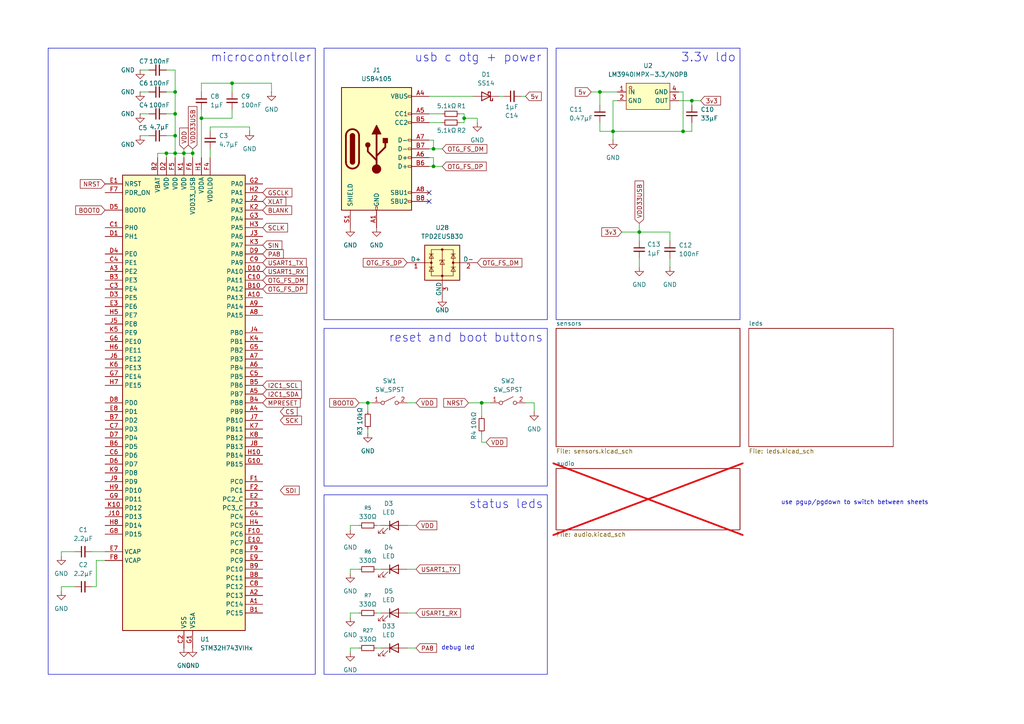
<source format=kicad_sch>
(kicad_sch (version 20250114) (generator "eeschema") (generator_version "9.0")
  (paper "A4")
  (lib_symbols
    (symbol "Connector:USB_C_Receptacle_USB2.0_16P" (pin_names (offset 1.016))
      (property "Reference" "J" (at 0 22.225 0))
      (property "Value" "USB_C_Receptacle_USB2.0_16P" (at 0 19.685 0))
      (symbol "USB_C_Receptacle_USB2.0_16P_0_0"
        (rectangle (start -0.254 -17.78) (end 0.254 -16.764))
        (rectangle (start 10.16 15.494) (end 9.144 14.986))
        (rectangle (start 10.16 10.414) (end 9.144 9.906))
        (rectangle (start 10.16 7.874) (end 9.144 7.366))
        (rectangle (start 10.16 2.794) (end 9.144 2.286))
        (rectangle (start 10.16 0.254) (end 9.144 -0.254))
        (rectangle (start 10.16 -2.286) (end 9.144 -2.794))
        (rectangle (start 10.16 -4.826) (end 9.144 -5.334))
        (rectangle (start 10.16 -12.446) (end 9.144 -12.954))
        (rectangle (start 10.16 -14.986) (end 9.144 -15.494))
      )
      (symbol "USB_C_Receptacle_USB2.0_16P_0_1"
        (rectangle (start -10.16 17.78) (end 10.16 -17.78) (stroke (width 0.254)) (fill (type background)))
        (polyline (pts (xy -8.89 -3.81) (xy -8.89 3.81)) (stroke (width 0.508)))
        (rectangle (start -7.62 -3.81) (end -6.35 3.81) (stroke (width 0.254)) (fill (type outline)))
        (arc (start -7.62 3.81) (mid -6.985 4.4423) (end -6.35 3.81) (stroke (width 0.254)))
        (arc (start -7.62 3.81) (mid -6.985 4.4423) (end -6.35 3.81) (stroke (width 0.254)) (fill (type outline)))
        (arc (start -8.89 3.81) (mid -6.985 5.7067) (end -5.08 3.81) (stroke (width 0.508)))
        (arc (start -5.08 -3.81) (mid -6.985 -5.7067) (end -8.89 -3.81) (stroke (width 0.508)))
        (arc (start -6.35 -3.81) (mid -6.985 -4.4423) (end -7.62 -3.81) (stroke (width 0.254)))
        (arc (start -6.35 -3.81) (mid -6.985 -4.4423) (end -7.62 -3.81) (stroke (width 0.254)) (fill (type outline)))
        (polyline (pts (xy -5.08 3.81) (xy -5.08 -3.81)) (stroke (width 0.508)))
        (circle (center -2.54 1.143) (radius 0.635) (stroke (width 0.254)) (fill (type outline)))
        (polyline (pts (xy -1.27 4.318) (xy 0 6.858) (xy 1.27 4.318) (xy -1.27 4.318)) (stroke (width 0.254)) (fill (type outline)))
        (polyline (pts (xy 0 -2.032) (xy 2.54 0.508) (xy 2.54 1.778)) (stroke (width 0.508)))
        (polyline (pts (xy 0 -3.302) (xy -2.54 -0.762) (xy -2.54 0.508)) (stroke (width 0.508)))
        (polyline (pts (xy 0 -5.842) (xy 0 4.318)) (stroke (width 0.508)))
        (circle (center 0 -5.842) (radius 1.27) (fill (type outline)))
        (rectangle (start 1.905 1.778) (end 3.175 3.048) (stroke (width 0.254)) (fill (type outline)))
      )
      (symbol "USB_C_Receptacle_USB2.0_16P_1_1"
        (pin passive line (at -7.62 -22.86 90) (length 5.08) (name "SHIELD") (number "S1"))
        (pin passive line (at 0 -22.86 90) (length 5.08) (name "GND") (number "A1"))
        (pin passive line (at 0 -22.86 90) (length 5.08) (hide yes) (name "GND") (number "A12"))
        (pin passive line (at 0 -22.86 90) (length 5.08) (hide yes) (name "GND") (number "B1"))
        (pin passive line (at 0 -22.86 90) (length 5.08) (hide yes) (name "GND") (number "B12"))
        (pin passive line (at 15.24 15.24 180) (length 5.08) (name "VBUS") (number "A4"))
        (pin passive line (at 15.24 15.24 180) (length 5.08) (hide yes) (name "VBUS") (number "A9"))
        (pin passive line (at 15.24 15.24 180) (length 5.08) (hide yes) (name "VBUS") (number "B4"))
        (pin passive line (at 15.24 15.24 180) (length 5.08) (hide yes) (name "VBUS") (number "B9"))
        (pin bidirectional line (at 15.24 10.16 180) (length 5.08) (name "CC1") (number "A5"))
        (pin bidirectional line (at 15.24 7.62 180) (length 5.08) (name "CC2") (number "B5"))
        (pin bidirectional line (at 15.24 2.54 180) (length 5.08) (name "D-") (number "A7"))
        (pin bidirectional line (at 15.24 0 180) (length 5.08) (name "D-") (number "B7"))
        (pin bidirectional line (at 15.24 -2.54 180) (length 5.08) (name "D+") (number "A6"))
        (pin bidirectional line (at 15.24 -5.08 180) (length 5.08) (name "D+") (number "B6"))
        (pin bidirectional line (at 15.24 -12.7 180) (length 5.08) (name "SBU1") (number "A8"))
        (pin bidirectional line (at 15.24 -15.24 180) (length 5.08) (name "SBU2") (number "B8"))
      )
    )
    (symbol "Device:C_Small" (pin_numbers (hide yes)) (pin_names (offset 0.254) (hide yes))
      (property "Reference" "C" (at 0.254 1.778 0))
      (property "Value" "C_Small" (at 0.254 -2.032 0))
      (symbol "C_Small_0_1"
        (polyline (pts (xy -1.524 0.508) (xy 1.524 0.508)) (stroke (width 0.3048)))
        (polyline (pts (xy -1.524 -0.508) (xy 1.524 -0.508)) (stroke (width 0.3302)))
      )
      (symbol "C_Small_1_1"
        (pin passive line (at 0 2.54 270) (length 2.032) (name "~") (number "1"))
        (pin passive line (at 0 -2.54 90) (length 2.032) (name "~") (number "2"))
      )
    )
    (symbol "Device:D_Schottky" (pin_numbers (hide yes)) (pin_names (offset 1.016) (hide yes))
      (property "Reference" "D" (at 0 2.54 0))
      (property "Value" "D_Schottky" (at 0 -2.54 0))
      (symbol "D_Schottky_0_1"
        (polyline (pts (xy -1.905 0.635) (xy -1.905 1.27) (xy -1.27 1.27) (xy -1.27 -1.27) (xy -0.635 -1.27) (xy -0.635 -0.635)) (stroke (width 0.254)))
        (polyline (pts (xy 1.27 1.27) (xy 1.27 -1.27) (xy -1.27 0) (xy 1.27 1.27)) (stroke (width 0.254)))
        (polyline (pts (xy 1.27 0) (xy -1.27 0)))
      )
      (symbol "D_Schottky_1_1"
        (pin passive line (at -3.81 0 0) (length 2.54) (name "K") (number "1"))
        (pin passive line (at 3.81 0 180) (length 2.54) (name "A") (number "2"))
      )
    )
    (symbol "Device:LED" (pin_numbers (hide yes)) (pin_names (offset 1.016) (hide yes))
      (property "Reference" "D" (at 0 2.54 0))
      (property "Value" "LED" (at 0 -2.54 0))
      (symbol "LED_0_1"
        (polyline (pts (xy -3.048 -0.762) (xy -4.572 -2.286) (xy -3.81 -2.286) (xy -4.572 -2.286) (xy -4.572 -1.524)))
        (polyline (pts (xy -1.778 -0.762) (xy -3.302 -2.286) (xy -2.54 -2.286) (xy -3.302 -2.286) (xy -3.302 -1.524)))
        (polyline (pts (xy -1.27 0) (xy 1.27 0)))
        (polyline (pts (xy -1.27 -1.27) (xy -1.27 1.27)) (stroke (width 0.254)))
        (polyline (pts (xy 1.27 -1.27) (xy 1.27 1.27) (xy -1.27 0) (xy 1.27 -1.27)) (stroke (width 0.254)))
      )
      (symbol "LED_1_1"
        (pin passive line (at -3.81 0 0) (length 2.54) (name "K") (number "1"))
        (pin passive line (at 3.81 0 180) (length 2.54) (name "A") (number "2"))
      )
    )
    (symbol "Device:R_Small" (pin_numbers (hide yes)) (pin_names (offset 0.254) (hide yes))
      (property "Reference" "R" (at 0.762 0.508 0))
      (property "Value" "R_Small" (at 0.762 -1.016 0))
      (symbol "R_Small_0_1"
        (rectangle (start -0.762 1.778) (end 0.762 -1.778) (stroke (width 0.2032)))
      )
      (symbol "R_Small_1_1"
        (pin passive line (at 0 2.54 270) (length 0.762) (name "~") (number "1"))
        (pin passive line (at 0 -2.54 90) (length 0.762) (name "~") (number "2"))
      )
    )
    (symbol "EasyEDA:LM3940IMPX-3.3_NOPB"
      (property "Reference" "U" (at 0 6.35 0))
      (property "Value" "LM3940IMPX-3.3/NOPB" (at 0 -6.35 0))
      (symbol "LM3940IMPX-3.3_NOPB_0_1"
        (rectangle (start -6.35 3.81) (end 6.35 -3.81) (fill (type background)))
        (circle (center -5.08 2.54) (radius 0.38))
        (pin unspecified line (at -8.89 1.27 0) (length 2.54) (name "IN") (number "1"))
        (pin unspecified line (at -8.89 -1.27 0) (length 2.54) (name "GND") (number "2"))
        (pin unspecified line (at 8.89 1.27 180) (length 2.54) (name "GND") (number "4"))
        (pin unspecified line (at 8.89 -1.27 180) (length 2.54) (name "OUT") (number "3"))
      )
    )
    (symbol "MCU_ST_STM32H7:STM32H743VIHx"
      (property "Reference" "U" (at -17.78 67.31 0))
      (property "Value" "STM32H743VIHx" (at 10.16 67.31 0))
      (symbol "STM32H743VIHx_0_1"
        (rectangle (start -17.78 -66.04) (end 17.78 66.04) (stroke (width 0.254)) (fill (type background)))
      )
      (symbol "STM32H743VIHx_1_1"
        (pin input line (at -22.86 63.5 0) (length 5.08) (name "NRST") (number "E1"))
        (pin input line (at -22.86 60.96 0) (length 5.08) (name "PDR_ON") (number "F7"))
        (pin input line (at -22.86 55.88 0) (length 5.08) (name "BOOT0") (number "D5"))
        (pin bidirectional line (at -22.86 50.8 0) (length 5.08) (name "PH0") (number "C1"))
        (pin bidirectional line (at -22.86 48.26 0) (length 5.08) (name "PH1") (number "D1"))
        (pin bidirectional line (at -22.86 43.18 0) (length 5.08) (name "PE0") (number "D4"))
        (pin bidirectional line (at -22.86 40.64 0) (length 5.08) (name "PE1") (number "C4"))
        (pin bidirectional line (at -22.86 38.1 0) (length 5.08) (name "PE2") (number "A3"))
        (pin bidirectional line (at -22.86 35.56 0) (length 5.08) (name "PE3") (number "B3"))
        (pin bidirectional line (at -22.86 33.02 0) (length 5.08) (name "PE4") (number "C3"))
        (pin bidirectional line (at -22.86 30.48 0) (length 5.08) (name "PE5") (number "D3"))
        (pin bidirectional line (at -22.86 27.94 0) (length 5.08) (name "PE6") (number "E3"))
        (pin bidirectional line (at -22.86 25.4 0) (length 5.08) (name "PE7") (number "H5"))
        (pin bidirectional line (at -22.86 22.86 0) (length 5.08) (name "PE8") (number "J5"))
        (pin bidirectional line (at -22.86 20.32 0) (length 5.08) (name "PE9") (number "K5"))
        (pin bidirectional line (at -22.86 17.78 0) (length 5.08) (name "PE10") (number "G6"))
        (pin bidirectional line (at -22.86 15.24 0) (length 5.08) (name "PE11") (number "H6"))
        (pin bidirectional line (at -22.86 12.7 0) (length 5.08) (name "PE12") (number "J6"))
        (pin bidirectional line (at -22.86 10.16 0) (length 5.08) (name "PE13") (number "K6"))
        (pin bidirectional line (at -22.86 7.62 0) (length 5.08) (name "PE14") (number "G7"))
        (pin bidirectional line (at -22.86 5.08 0) (length 5.08) (name "PE15") (number "H7"))
        (pin bidirectional line (at -22.86 0 0) (length 5.08) (name "PD0") (number "D8"))
        (pin bidirectional line (at -22.86 -2.54 0) (length 5.08) (name "PD1") (number "E8"))
        (pin bidirectional line (at -22.86 -5.08 0) (length 5.08) (name "PD2") (number "B7"))
        (pin bidirectional line (at -22.86 -7.62 0) (length 5.08) (name "PD3") (number "C7"))
        (pin bidirectional line (at -22.86 -10.16 0) (length 5.08) (name "PD4") (number "D7"))
        (pin bidirectional line (at -22.86 -12.7 0) (length 5.08) (name "PD5") (number "B6"))
        (pin bidirectional line (at -22.86 -15.24 0) (length 5.08) (name "PD6") (number "C6"))
        (pin bidirectional line (at -22.86 -17.78 0) (length 5.08) (name "PD7") (number "D6"))
        (pin bidirectional line (at -22.86 -20.32 0) (length 5.08) (name "PD8") (number "K9"))
        (pin bidirectional line (at -22.86 -22.86 0) (length 5.08) (name "PD9") (number "J9"))
        (pin bidirectional line (at -22.86 -25.4 0) (length 5.08) (name "PD10") (number "H9"))
        (pin bidirectional line (at -22.86 -27.94 0) (length 5.08) (name "PD11") (number "G9"))
        (pin bidirectional line (at -22.86 -30.48 0) (length 5.08) (name "PD12") (number "K10"))
        (pin bidirectional line (at -22.86 -33.02 0) (length 5.08) (name "PD13") (number "J10"))
        (pin bidirectional line (at -22.86 -35.56 0) (length 5.08) (name "PD14") (number "H8"))
        (pin bidirectional line (at -22.86 -38.1 0) (length 5.08) (name "PD15") (number "G8"))
        (pin power_out line (at -22.86 -43.18 0) (length 5.08) (name "VCAP") (number "E7"))
        (pin power_out line (at -22.86 -45.72 0) (length 5.08) (name "VCAP") (number "F8"))
        (pin power_in line (at -7.62 71.12 270) (length 5.08) (name "VBAT") (number "B2"))
        (pin power_in line (at -5.08 71.12 270) (length 5.08) (name "VDD") (number "D2"))
        (pin power_in line (at -2.54 71.12 270) (length 5.08) (name "VDD") (number "F5"))
        (pin power_in line (at 0 71.12 270) (length 5.08) (name "VDD") (number "K1"))
        (pin power_in line (at 0 -71.12 90) (length 5.08) (name "VSS") (number "C2"))
        (pin passive line (at 0 -71.12 90) (length 5.08) (hide yes) (name "VSS") (number "E4"))
        (pin passive line (at 0 -71.12 90) (length 5.08) (hide yes) (name "VSS") (number "E5"))
        (pin passive line (at 0 -71.12 90) (length 5.08) (hide yes) (name "VSS") (number "E6"))
        (pin passive line (at 0 -71.12 90) (length 5.08) (hide yes) (name "VSS") (number "J1"))
        (pin power_in line (at 2.54 71.12 270) (length 5.08) (name "VDD33_USB") (number "F6"))
        (pin power_in line (at 2.54 -71.12 90) (length 5.08) (name "VSSA") (number "G1"))
        (pin power_in line (at 5.08 71.12 270) (length 5.08) (name "VDDA") (number "H1"))
        (pin power_in line (at 7.62 71.12 270) (length 5.08) (name "VDDLDO") (number "F4"))
        (pin bidirectional line (at 22.86 63.5 180) (length 5.08) (name "PA0") (number "G2"))
        (pin bidirectional line (at 22.86 60.96 180) (length 5.08) (name "PA1") (number "H2"))
        (pin bidirectional line (at 22.86 58.42 180) (length 5.08) (name "PA2") (number "J2"))
        (pin bidirectional line (at 22.86 55.88 180) (length 5.08) (name "PA3") (number "K2"))
        (pin bidirectional line (at 22.86 53.34 180) (length 5.08) (name "PA4") (number "G3"))
        (pin bidirectional line (at 22.86 50.8 180) (length 5.08) (name "PA5") (number "H3"))
        (pin bidirectional line (at 22.86 48.26 180) (length 5.08) (name "PA6") (number "J3"))
        (pin bidirectional line (at 22.86 45.72 180) (length 5.08) (name "PA7") (number "K3"))
        (pin bidirectional line (at 22.86 43.18 180) (length 5.08) (name "PA8") (number "D9"))
        (pin bidirectional line (at 22.86 40.64 180) (length 5.08) (name "PA9") (number "C9"))
        (pin bidirectional line (at 22.86 38.1 180) (length 5.08) (name "PA10") (number "D10"))
        (pin bidirectional line (at 22.86 35.56 180) (length 5.08) (name "PA11") (number "C10"))
        (pin bidirectional line (at 22.86 33.02 180) (length 5.08) (name "PA12") (number "B10"))
        (pin bidirectional line (at 22.86 30.48 180) (length 5.08) (name "PA13") (number "A10"))
        (pin bidirectional line (at 22.86 27.94 180) (length 5.08) (name "PA14") (number "A9"))
        (pin bidirectional line (at 22.86 25.4 180) (length 5.08) (name "PA15") (number "A8"))
        (pin bidirectional line (at 22.86 20.32 180) (length 5.08) (name "PB0") (number "J4"))
        (pin bidirectional line (at 22.86 17.78 180) (length 5.08) (name "PB1") (number "K4"))
        (pin bidirectional line (at 22.86 15.24 180) (length 5.08) (name "PB2") (number "G5"))
        (pin bidirectional line (at 22.86 12.7 180) (length 5.08) (name "PB3") (number "A7"))
        (pin bidirectional line (at 22.86 10.16 180) (length 5.08) (name "PB4") (number "A6"))
        (pin bidirectional line (at 22.86 7.62 180) (length 5.08) (name "PB5") (number "C5"))
        (pin bidirectional line (at 22.86 5.08 180) (length 5.08) (name "PB6") (number "B5"))
        (pin bidirectional line (at 22.86 2.54 180) (length 5.08) (name "PB7") (number "A5"))
        (pin bidirectional line (at 22.86 0 180) (length 5.08) (name "PB8") (number "B4"))
        (pin bidirectional line (at 22.86 -2.54 180) (length 5.08) (name "PB9") (number "A4"))
        (pin bidirectional line (at 22.86 -5.08 180) (length 5.08) (name "PB10") (number "J7"))
        (pin bidirectional line (at 22.86 -7.62 180) (length 5.08) (name "PB11") (number "K7"))
        (pin bidirectional line (at 22.86 -10.16 180) (length 5.08) (name "PB12") (number "K8"))
        (pin bidirectional line (at 22.86 -12.7 180) (length 5.08) (name "PB13") (number "J8"))
        (pin bidirectional line (at 22.86 -15.24 180) (length 5.08) (name "PB14") (number "H10"))
        (pin bidirectional line (at 22.86 -17.78 180) (length 5.08) (name "PB15") (number "G10"))
        (pin bidirectional line (at 22.86 -22.86 180) (length 5.08) (name "PC0") (number "F1"))
        (pin bidirectional line (at 22.86 -25.4 180) (length 5.08) (name "PC1") (number "F2"))
        (pin bidirectional line (at 22.86 -27.94 180) (length 5.08) (name "PC2_C") (number "E2"))
        (pin bidirectional line (at 22.86 -30.48 180) (length 5.08) (name "PC3_C") (number "F3"))
        (pin bidirectional line (at 22.86 -33.02 180) (length 5.08) (name "PC4") (number "G4"))
        (pin bidirectional line (at 22.86 -35.56 180) (length 5.08) (name "PC5") (number "H4"))
        (pin bidirectional line (at 22.86 -38.1 180) (length 5.08) (name "PC6") (number "F10"))
        (pin bidirectional line (at 22.86 -40.64 180) (length 5.08) (name "PC7") (number "E10"))
        (pin bidirectional line (at 22.86 -43.18 180) (length 5.08) (name "PC8") (number "F9"))
        (pin bidirectional line (at 22.86 -45.72 180) (length 5.08) (name "PC9") (number "E9"))
        (pin bidirectional line (at 22.86 -48.26 180) (length 5.08) (name "PC10") (number "B9"))
        (pin bidirectional line (at 22.86 -50.8 180) (length 5.08) (name "PC11") (number "B8"))
        (pin bidirectional line (at 22.86 -53.34 180) (length 5.08) (name "PC12") (number "C8"))
        (pin bidirectional line (at 22.86 -55.88 180) (length 5.08) (name "PC13") (number "A2"))
        (pin bidirectional line (at 22.86 -58.42 180) (length 5.08) (name "PC14") (number "A1"))
        (pin bidirectional line (at 22.86 -60.96 180) (length 5.08) (name "PC15") (number "B1"))
      )
    )
    (symbol "Power_Protection:TPD2EUSB30" (pin_names (offset 0))
      (property "Reference" "U" (at 0 6.35 0))
      (property "Value" "TPD2EUSB30" (at 7.62 -7.62 0))
      (symbol "TPD2EUSB30_0_1"
        (rectangle (start -5.08 5.08) (end 5.08 -5.08) (stroke (width 0.254)) (fill (type background)))
        (polyline (pts (xy -5.08 0) (xy -3.175 0)))
        (polyline (pts (xy -3.81 2.54) (xy -2.54 2.54)))
        (polyline (pts (xy -3.81 -1.27) (xy -2.54 -1.27)))
        (rectangle (start -3.175 3.81) (end 3.175 -3.81))
        (circle (center -3.175 0) (radius 0.2794) (fill (type outline)))
        (polyline (pts (xy -2.54 1.27) (xy -3.81 1.27) (xy -3.175 2.54) (xy -2.54 1.27)))
        (polyline (pts (xy -2.54 -2.54) (xy -3.81 -2.54) (xy -3.175 -1.27) (xy -2.54 -2.54)))
        (circle (center 0 3.81) (radius 0.2794) (fill (type outline)))
        (polyline (pts (xy 0 3.81) (xy 0 -5.08)))
        (circle (center 0 -3.81) (radius 0.2794) (fill (type outline)))
        (polyline (pts (xy 0.635 -0.508) (xy -0.635 -0.508) (xy 0 0.762) (xy 0.635 -0.508)))
        (polyline (pts (xy 0.762 0.762) (xy -0.762 0.762) (xy -0.762 0.508)))
        (polyline (pts (xy 2.54 2.54) (xy 3.81 2.54)))
        (polyline (pts (xy 2.54 -1.27) (xy 3.81 -1.27)))
        (circle (center 3.175 0) (radius 0.2794) (fill (type outline)))
        (polyline (pts (xy 3.81 1.27) (xy 2.54 1.27) (xy 3.175 2.54) (xy 3.81 1.27)))
        (polyline (pts (xy 3.81 -2.54) (xy 2.54 -2.54) (xy 3.175 -1.27) (xy 3.81 -2.54)))
        (polyline (pts (xy 5.08 0) (xy 3.175 0)))
      )
      (symbol "TPD2EUSB30_1_1"
        (pin passive line (at -10.16 0 0) (length 5.08) (name "D+") (number "1"))
        (pin passive line (at 0 -10.16 90) (length 5.08) (name "GND") (number "3"))
        (pin passive line (at 10.16 0 180) (length 5.08) (name "D-") (number "2"))
      )
    )
    (symbol "R_Small_1" (pin_numbers (hide yes)) (pin_names (offset 0.254) (hide yes))
      (property "Reference" "R" (at 0 0 90))
      (property "Value" "R_Small" (at 1.778 0 90))
      (symbol "R_Small_1_0_1"
        (rectangle (start -0.762 1.778) (end 0.762 -1.778) (stroke (width 0.2032)))
      )
      (symbol "R_Small_1_1_1"
        (pin passive line (at 0 2.54 270) (length 0.762) (name "~") (number "1"))
        (pin passive line (at 0 -2.54 90) (length 0.762) (name "~") (number "2"))
      )
    )
    (symbol "Switch:SW_SPST" (pin_names (offset 0) (hide yes))
      (property "Reference" "SW" (at 0 3.175 0))
      (property "Value" "SW_SPST" (at 0 -2.54 0))
      (symbol "SW_SPST_0_0"
        (circle (center -2.032 0) (radius 0.508))
        (polyline (pts (xy -1.524 0.254) (xy 1.524 1.778)))
        (circle (center 2.032 0) (radius 0.508))
      )
      (symbol "SW_SPST_1_1"
        (pin passive line (at -5.08 0 0) (length 2.54) (name "A") (number "1"))
        (pin passive line (at 5.08 0 180) (length 2.54) (name "B") (number "2"))
      )
    )
    (symbol "power:GND" (power) (pin_numbers (hide yes)) (pin_names (offset 0) (hide yes))
      (property "Value" "GND" (at 0 -3.81 0))
      (symbol "GND_0_1"
        (polyline (pts (xy 0 0) (xy 0 -1.27) (xy 1.27 -1.27) (xy 0 -2.54) (xy -1.27 -1.27) (xy 0 -1.27)))
      )
      (symbol "GND_1_1"
        (pin power_in line (at 0 0 270) (length 0) (name "~") (number "1"))
      )
    )
  )
  (rectangle (start 161.29 13.97) (end 214.63 92.71))
  (rectangle (start 93.98 95.25) (end 158.75 140.97))
  (rectangle (start 93.98 13.97) (end 158.75 92.71))
  (rectangle (start 13.97 13.97) (end 91.44 195.58))
  (rectangle (start 93.98 143.51) (end 158.75 195.58))
  (text "use pgup/pgdown to switch between sheets" (at 247.904 145.796 0) (effects (font (size 1.27 1.27))))
  (text "3.3v ldo" (at 205.486 16.764 0) (effects (font (size 2.54 2.54))))
  (text "debug led" (at 132.842 187.96 0) (effects (font (size 1.27 1.27))))
  (text "usb c otg + power" (at 138.684 16.764 0) (effects (font (size 2.54 2.54))))
  (text "reset and boot buttons" (at 135.128 98.044 0) (effects (font (size 2.54 2.54))))
  (text "microcontroller" (at 75.692 16.764 0) (effects (font (size 2.54 2.54))))
  (text "status leds" (at 146.812 146.304 0) (effects (font (size 2.54 2.54))))
  (junction (at 134.62 34.29))
  (junction (at 139.7 116.84))
  (junction (at 53.34 44.45))
  (junction (at 67.31 24.13))
  (junction (at 48.26 44.45))
  (junction (at 50.8 33.02))
  (junction (at 106.68 116.84))
  (junction (at 50.8 44.45))
  (junction (at 55.88 44.45))
  (junction (at 125.73 43.18))
  (junction (at 185.42 67.31))
  (junction (at 125.73 48.26))
  (junction (at 177.8 38.1))
  (junction (at 50.8 39.37))
  (junction (at 200.66 29.21))
  (junction (at 50.8 26.67))
  (junction (at 198.12 38.1))
  (junction (at 173.99 26.67))
  (junction (at 58.42 34.29))
  (no_connect (at 124.46 55.88))
  (no_connect (at 124.46 58.42))
  (wire (pts (xy 173.99 26.67) (xy 179.07 26.67)))
  (wire (pts (xy 118.11 152.4) (xy 120.65 152.4)))
  (wire (pts (xy 26.67 170.18) (xy 27.94 170.18)))
  (wire (pts (xy 55.88 43.18) (xy 55.88 44.45)))
  (wire (pts (xy 72.39 38.1) (xy 72.39 36.83)))
  (wire (pts (xy 50.8 26.67) (xy 50.8 33.02)))
  (wire (pts (xy 194.31 67.31) (xy 185.42 67.31)))
  (wire (pts (xy 133.35 35.56) (xy 134.62 35.56)))
  (wire (pts (xy 45.72 45.72) (xy 45.72 44.45)))
  (wire (pts (xy 48.26 39.37) (xy 50.8 39.37)))
  (wire (pts (xy 17.78 171.45) (xy 17.78 170.18)))
  (wire (pts (xy 48.26 45.72) (xy 48.26 44.45)))
  (wire (pts (xy 48.26 26.67) (xy 50.8 26.67)))
  (wire (pts (xy 125.73 48.26) (xy 128.27 48.26)))
  (wire (pts (xy 48.26 33.02) (xy 50.8 33.02)))
  (wire (pts (xy 118.11 165.1) (xy 120.65 165.1)))
  (wire (pts (xy 124.46 40.64) (xy 125.73 40.64)))
  (wire (pts (xy 58.42 26.67) (xy 58.42 24.13)))
  (wire (pts (xy 196.85 26.67) (xy 198.12 26.67)))
  (wire (pts (xy 101.6 179.07) (xy 101.6 177.8)))
  (wire (pts (xy 173.99 38.1) (xy 177.8 38.1)))
  (wire (pts (xy 173.99 35.56) (xy 173.99 38.1)))
  (wire (pts (xy 58.42 24.13) (xy 67.31 24.13)))
  (wire (pts (xy 50.8 39.37) (xy 50.8 44.45)))
  (wire (pts (xy 48.26 20.32) (xy 50.8 20.32)))
  (wire (pts (xy 17.78 161.29) (xy 17.78 160.02)))
  (wire (pts (xy 200.66 29.21) (xy 200.66 30.48)))
  (wire (pts (xy 48.26 44.45) (xy 50.8 44.45)))
  (wire (pts (xy 185.42 67.31) (xy 185.42 64.77)))
  (wire (pts (xy 78.74 24.13) (xy 78.74 26.67)))
  (wire (pts (xy 106.68 119.38) (xy 106.68 116.84)))
  (wire (pts (xy 40.64 20.32) (xy 43.18 20.32)))
  (wire (pts (xy 171.45 26.67) (xy 173.99 26.67)))
  (wire (pts (xy 67.31 24.13) (xy 78.74 24.13)))
  (wire (pts (xy 58.42 31.75) (xy 58.42 34.29)))
  (wire (pts (xy 67.31 34.29) (xy 58.42 34.29)))
  (wire (pts (xy 17.78 160.02) (xy 21.59 160.02)))
  (wire (pts (xy 180.34 67.31) (xy 185.42 67.31)))
  (wire (pts (xy 58.42 34.29) (xy 58.42 45.72)))
  (wire (pts (xy 185.42 74.93) (xy 185.42 77.47)))
  (wire (pts (xy 118.11 177.8) (xy 120.65 177.8)))
  (wire (pts (xy 40.64 26.67) (xy 43.18 26.67)))
  (wire (pts (xy 194.31 69.85) (xy 194.31 67.31)))
  (wire (pts (xy 179.07 29.21) (xy 177.8 29.21)))
  (wire (pts (xy 185.42 67.31) (xy 185.42 69.85)))
  (wire (pts (xy 138.43 34.29) (xy 134.62 34.29)))
  (wire (pts (xy 194.31 74.93) (xy 194.31 77.47)))
  (wire (pts (xy 124.46 45.72) (xy 125.73 45.72)))
  (wire (pts (xy 139.7 116.84) (xy 135.89 116.84)))
  (wire (pts (xy 106.68 124.46) (xy 106.68 125.73)))
  (wire (pts (xy 124.46 27.94) (xy 137.16 27.94)))
  (wire (pts (xy 109.22 187.96) (xy 110.49 187.96)))
  (wire (pts (xy 50.8 20.32) (xy 50.8 26.67)))
  (wire (pts (xy 107.95 116.84) (xy 106.68 116.84)))
  (wire (pts (xy 60.96 36.83) (xy 60.96 38.1)))
  (wire (pts (xy 67.31 24.13) (xy 67.31 26.67)))
  (wire (pts (xy 198.12 38.1) (xy 177.8 38.1)))
  (wire (pts (xy 200.66 29.21) (xy 203.2 29.21)))
  (wire (pts (xy 196.85 29.21) (xy 200.66 29.21)))
  (wire (pts (xy 101.6 189.23) (xy 101.6 187.96)))
  (wire (pts (xy 101.6 187.96) (xy 104.14 187.96)))
  (wire (pts (xy 27.94 170.18) (xy 27.94 162.56)))
  (wire (pts (xy 125.73 43.18) (xy 128.27 43.18)))
  (wire (pts (xy 40.64 39.37) (xy 43.18 39.37)))
  (wire (pts (xy 200.66 35.56) (xy 200.66 38.1)))
  (wire (pts (xy 101.6 153.67) (xy 101.6 152.4)))
  (wire (pts (xy 134.62 33.02) (xy 133.35 33.02)))
  (wire (pts (xy 152.4 27.94) (xy 151.13 27.94)))
  (wire (pts (xy 146.05 27.94) (xy 144.78 27.94)))
  (wire (pts (xy 124.46 35.56) (xy 128.27 35.56)))
  (wire (pts (xy 101.6 166.37) (xy 101.6 165.1)))
  (wire (pts (xy 67.31 31.75) (xy 67.31 34.29)))
  (wire (pts (xy 200.66 38.1) (xy 198.12 38.1)))
  (wire (pts (xy 134.62 35.56) (xy 134.62 34.29)))
  (wire (pts (xy 101.6 152.4) (xy 104.14 152.4)))
  (wire (pts (xy 125.73 40.64) (xy 125.73 43.18)))
  (wire (pts (xy 124.46 33.02) (xy 128.27 33.02)))
  (wire (pts (xy 27.94 162.56) (xy 30.48 162.56)))
  (wire (pts (xy 101.6 177.8) (xy 104.14 177.8)))
  (wire (pts (xy 125.73 45.72) (xy 125.73 48.26)))
  (wire (pts (xy 142.24 116.84) (xy 139.7 116.84)))
  (wire (pts (xy 53.34 44.45) (xy 55.88 44.45)))
  (wire (pts (xy 50.8 33.02) (xy 50.8 39.37)))
  (wire (pts (xy 177.8 29.21) (xy 177.8 38.1)))
  (wire (pts (xy 138.43 35.56) (xy 138.43 34.29)))
  (wire (pts (xy 109.22 177.8) (xy 110.49 177.8)))
  (wire (pts (xy 40.64 33.02) (xy 43.18 33.02)))
  (wire (pts (xy 60.96 43.18) (xy 60.96 45.72)))
  (wire (pts (xy 198.12 26.67) (xy 198.12 38.1)))
  (wire (pts (xy 139.7 128.27) (xy 140.97 128.27)))
  (wire (pts (xy 154.94 119.38) (xy 154.94 116.84)))
  (wire (pts (xy 120.65 116.84) (xy 118.11 116.84)))
  (wire (pts (xy 125.73 48.26) (xy 124.46 48.26)))
  (wire (pts (xy 17.78 170.18) (xy 21.59 170.18)))
  (wire (pts (xy 118.11 187.96) (xy 120.65 187.96)))
  (wire (pts (xy 125.73 43.18) (xy 124.46 43.18)))
  (wire (pts (xy 53.34 44.45) (xy 50.8 44.45)))
  (wire (pts (xy 109.22 152.4) (xy 110.49 152.4)))
  (wire (pts (xy 45.72 44.45) (xy 48.26 44.45)))
  (wire (pts (xy 55.88 44.45) (xy 55.88 45.72)))
  (wire (pts (xy 53.34 43.18) (xy 53.34 44.45)))
  (wire (pts (xy 177.8 40.64) (xy 177.8 38.1)))
  (wire (pts (xy 139.7 125.73) (xy 139.7 128.27)))
  (wire (pts (xy 101.6 165.1) (xy 104.14 165.1)))
  (wire (pts (xy 106.68 116.84) (xy 104.14 116.84)))
  (wire (pts (xy 154.94 116.84) (xy 152.4 116.84)))
  (wire (pts (xy 72.39 36.83) (xy 60.96 36.83)))
  (wire (pts (xy 26.67 160.02) (xy 30.48 160.02)))
  (wire (pts (xy 53.34 45.72) (xy 53.34 44.45)))
  (wire (pts (xy 50.8 44.45) (xy 50.8 45.72)))
  (wire (pts (xy 139.7 120.65) (xy 139.7 116.84)))
  (wire (pts (xy 134.62 34.29) (xy 134.62 33.02)))
  (wire (pts (xy 109.22 165.1) (xy 110.49 165.1)))
  (wire (pts (xy 173.99 30.48) (xy 173.99 26.67)))
  (global_label "SIN" (shape input) (at 76.2 71.12 0) (property "Intersheetrefs" "${INTERSHEET_REFS}" (effects (hide yes))))
  (global_label "5v" (shape input) (at 171.45 26.67 180) (property "Intersheetrefs" "${INTERSHEET_REFS}" (effects (hide yes))))
  (global_label "OTG_FS_DM" (shape input) (at 128.27 43.18 0) (property "Intersheetrefs" "${INTERSHEET_REFS}" (effects (hide yes))))
  (global_label "GSCLK" (shape input) (at 76.2 55.88 0) (property "Intersheetrefs" "${INTERSHEET_REFS}" (effects (hide yes))))
  (global_label "XLAT" (shape input) (at 76.2 58.42 0) (property "Intersheetrefs" "${INTERSHEET_REFS}" (effects (hide yes))))
  (global_label "OTG_FS_DP" (shape input) (at 118.11 76.2 180) (property "Intersheetrefs" "${INTERSHEET_REFS}" (effects (hide yes))))
  (global_label "NRST" (shape input) (at 30.48 53.34 180) (property "Intersheetrefs" "${INTERSHEET_REFS}" (effects (hide yes))))
  (global_label "OTG_FS_DP" (shape input) (at 76.2 83.82 0) (property "Intersheetrefs" "${INTERSHEET_REFS}" (effects (hide yes))))
  (global_label "USART1_RX" (shape input) (at 76.2 78.74 0) (property "Intersheetrefs" "${INTERSHEET_REFS}" (effects (hide yes))))
  (global_label "OTG_FS_DM" (shape input) (at 138.43 76.2 0) (property "Intersheetrefs" "${INTERSHEET_REFS}" (effects (hide yes))))
  (global_label "BLANK" (shape input) (at 76.2 60.96 0) (property "Intersheetrefs" "${INTERSHEET_REFS}" (effects (hide yes))))
  (global_label "NRST" (shape input) (at 135.89 116.84 180) (property "Intersheetrefs" "${INTERSHEET_REFS}" (effects (hide yes))))
  (global_label "MPRESET" (shape input) (at 76.2 116.84 0) (property "Intersheetrefs" "${INTERSHEET_REFS}" (effects (hide yes))))
  (global_label "BOOT0" (shape input) (at 104.14 116.84 180) (property "Intersheetrefs" "${INTERSHEET_REFS}" (effects (hide yes))))
  (global_label "CS" (shape input) (at 81.28 119.38 0) (property "Intersheetrefs" "${INTERSHEET_REFS}" (effects (hide yes))))
  (global_label "VDD33USB" (shape input) (at 55.88 43.18 90) (property "Intersheetrefs" "${INTERSHEET_REFS}" (effects (hide yes))))
  (global_label "3v3" (shape input) (at 180.34 67.31 180) (property "Intersheetrefs" "${INTERSHEET_REFS}" (effects (hide yes))))
  (global_label "5v" (shape input) (at 152.4 27.94 0) (property "Intersheetrefs" "${INTERSHEET_REFS}" (effects (hide yes))))
  (global_label "USART1_RX" (shape input) (at 120.65 177.8 0) (property "Intersheetrefs" "${INTERSHEET_REFS}" (effects (hide yes))))
  (global_label "I2C1_SCL" (shape input) (at 76.2 111.76 0) (property "Intersheetrefs" "${INTERSHEET_REFS}" (effects (hide yes))))
  (global_label "PA8" (shape input) (at 120.65 187.96 0) (property "Intersheetrefs" "${INTERSHEET_REFS}" (effects (hide yes))))
  (global_label "SDI" (shape input) (at 81.28 142.24 0) (property "Intersheetrefs" "${INTERSHEET_REFS}" (effects (hide yes))))
  (global_label "SCK" (shape input) (at 81.28 121.92 0) (property "Intersheetrefs" "${INTERSHEET_REFS}" (effects (hide yes))))
  (global_label "OTG_FS_DP" (shape input) (at 128.27 48.26 0) (property "Intersheetrefs" "${INTERSHEET_REFS}" (effects (hide yes))))
  (global_label "3v3" (shape input) (at 203.2 29.21 0) (property "Intersheetrefs" "${INTERSHEET_REFS}" (effects (hide yes))))
  (global_label "BOOT0" (shape input) (at 30.48 60.96 180) (property "Intersheetrefs" "${INTERSHEET_REFS}" (effects (hide yes))))
  (global_label "OTG_FS_DM" (shape input) (at 76.2 81.28 0) (property "Intersheetrefs" "${INTERSHEET_REFS}" (effects (hide yes))))
  (global_label "USART1_TX" (shape input) (at 76.2 76.2 0) (property "Intersheetrefs" "${INTERSHEET_REFS}" (effects (hide yes))))
  (global_label "VDD33USB" (shape input) (at 185.42 64.77 90) (property "Intersheetrefs" "${INTERSHEET_REFS}" (effects (hide yes))))
  (global_label "VDD" (shape input) (at 120.65 152.4 0) (property "Intersheetrefs" "${INTERSHEET_REFS}" (effects (hide yes))))
  (global_label "I2C1_SDA" (shape input) (at 76.2 114.3 0) (property "Intersheetrefs" "${INTERSHEET_REFS}" (effects (hide yes))))
  (global_label "VDD" (shape input) (at 120.65 116.84 0) (property "Intersheetrefs" "${INTERSHEET_REFS}" (effects (hide yes))))
  (global_label "SCLK" (shape input) (at 76.2 66.04 0) (property "Intersheetrefs" "${INTERSHEET_REFS}" (effects (hide yes))))
  (global_label "PA8" (shape input) (at 76.2 73.66 0) (property "Intersheetrefs" "${INTERSHEET_REFS}" (effects (hide yes))))
  (global_label "USART1_TX" (shape input) (at 120.65 165.1 0) (property "Intersheetrefs" "${INTERSHEET_REFS}" (effects (hide yes))))
  (global_label "VDD" (shape input) (at 53.34 43.18 90) (property "Intersheetrefs" "${INTERSHEET_REFS}" (effects (hide yes))))
  (global_label "VDD" (shape input) (at 140.97 128.27 0) (property "Intersheetrefs" "${INTERSHEET_REFS}" (effects (hide yes))))
  (symbol (lib_id "Device:C_Small") (at 148.59 27.94 90) (unit 1)
    (property "Reference" "C14" (at 150.368 33.528 90) (effects (justify left)))
    (property "Value" "1μF" (at 150.368 30.988 90) (effects (justify left)))
    (property "Footprint" "Capacitor_SMD:C_0805_2012Metric" (effects (hide yes)))
    (property "Description" "Unpolarized capacitor, small symbol" (effects (hide yes)))
  )
  (symbol (lib_id "Device:C_Small") (at 45.72 39.37 90) (unit 1)
    (property "Reference" "C5" (at 41.3957 37.084 90))
    (property "Value" "4.7μF" (at 46.228 36.83 90))
    (property "Footprint" "Capacitor_SMD:C_0805_2012Metric" (effects (hide yes)))
    (property "Description" "Unpolarized capacitor, small symbol" (effects (hide yes)))
  )
  (symbol (lib_id "Device:LED") (at 114.3 187.96 0) (unit 1)
    (property "Reference" "D33" (at 112.7125 181.61 0))
    (property "Value" "LED" (at 112.7125 184.15 0))
    (property "Footprint" "LED_SMD:LED_1206_3216Metric" (effects (hide yes)))
    (property "Description" "Light emitting diode" (effects (hide yes)))
    (property "Sim.Pins" "1=K 2=A" (effects (hide yes)))
  )
  (symbol (lib_id "Device:C_Small") (at 173.99 33.02 0) (unit 1)
    (property "Reference" "C11" (at 165.1 31.75 0) (effects (justify left)))
    (property "Value" "0.47μF" (at 165.1 34.29 0) (effects (justify left)))
    (property "Footprint" "Capacitor_SMD:C_0805_2012Metric" (effects (hide yes)))
    (property "Description" "Unpolarized capacitor, small symbol" (effects (hide yes)))
  )
  (symbol (lib_id "power:GND") (at 106.68 125.73 0) (unit 1)
    (property "Reference" "#PWR018" (effects (hide yes)))
    (property "Value" "GND" (at 106.68 130.81 0))
    (property "Description" "Power symbol creates a global label with name \"GND\" , ground" (effects (hide yes)))
  )
  (symbol (lib_id "power:GND") (at 40.64 33.02 0) (unit 1)
    (property "Reference" "#PWR07" (effects (hide yes)))
    (property "Value" "GND" (at 37.084 33.02 0))
    (property "Description" "Power symbol creates a global label with name \"GND\" , ground" (effects (hide yes)))
  )
  (symbol (lib_id "power:GND") (at 17.78 161.29 0) (unit 1)
    (property "Reference" "#PWR01" (effects (hide yes)))
    (property "Value" "GND" (at 17.78 166.37 0))
    (property "Description" "Power symbol creates a global label with name \"GND\" , ground" (effects (hide yes)))
  )
  (symbol (lib_id "power:GND") (at 154.94 119.38 0) (unit 1)
    (property "Reference" "#PWR019" (effects (hide yes)))
    (property "Value" "GND" (at 154.94 124.46 0))
    (property "Description" "Power symbol creates a global label with name \"GND\" , ground" (effects (hide yes)))
  )
  (symbol (lib_name "R_Small_1") (lib_id "Device:R_Small") (at 106.68 177.8 90) (unit 1)
    (property "Reference" "R7" (at 106.68 172.72 90) (effects (font (size 1.016 1.016))))
    (property "Value" "330Ω" (at 106.68 175.26 90))
    (property "Footprint" "Resistor_SMD:R_0805_2012Metric" (effects (hide yes)))
    (property "Description" "Resistor, small symbol" (effects (hide yes)))
  )
  (symbol (lib_id "Device:C_Small") (at 200.66 33.02 0) (unit 1)
    (property "Reference" "C10" (at 203.2 31.7562 0) (effects (justify left)))
    (property "Value" "33μF" (at 203.2 34.2962 0) (effects (justify left)))
    (property "Footprint" "Capacitor_SMD:C_0805_2012Metric" (effects (hide yes)))
    (property "Description" "Unpolarized capacitor, small symbol" (effects (hide yes)))
  )
  (symbol (lib_id "power:GND") (at 55.88 187.96 0) (unit 1)
    (property "Reference" "#PWR04" (effects (hide yes)))
    (property "Value" "GND" (at 55.88 193.04 0))
    (property "Description" "Power symbol creates a global label with name \"GND\" , ground" (effects (hide yes)))
  )
  (symbol (lib_id "Device:C_Small") (at 67.31 29.21 0) (unit 1)
    (property "Reference" "C9" (at 69.85 27.9462 0) (effects (justify left)))
    (property "Value" "100nF" (at 69.85 30.4862 0) (effects (justify left)))
    (property "Footprint" "Capacitor_SMD:C_0805_2012Metric" (effects (hide yes)))
    (property "Description" "Unpolarized capacitor, small symbol" (effects (hide yes)))
  )
  (symbol (lib_id "Connector:USB_C_Receptacle_USB2.0_16P") (at 109.22 43.18 0) (unit 1)
    (property "Reference" "J1" (at 109.22 20.32 0))
    (property "Value" "USB4105" (at 109.22 22.86 0))
    (property "Footprint" "Connector_USB:USB_C_Receptacle_GCT_USB4105-xx-A_16P_TopMnt_Horizontal" (effects (hide yes)))
    (property "Datasheet" "https://www.usb.org/sites/default/files/documents/usb_type-c.zip" (effects (hide yes)))
    (property "Description" "USB 2.0-only 16P Type-C Receptacle connector" (effects (hide yes)))
  )
  (symbol (lib_id "Device:C_Small") (at 45.72 33.02 90) (unit 1)
    (property "Reference" "C4" (at 41.6497 30.48 90))
    (property "Value" "100nF" (at 46.228 30.48 90))
    (property "Footprint" "Capacitor_SMD:C_0805_2012Metric" (effects (hide yes)))
    (property "Description" "Unpolarized capacitor, small symbol" (effects (hide yes)))
  )
  (symbol (lib_id "Device:C_Small") (at 58.42 29.21 0) (unit 1)
    (property "Reference" "C8" (at 60.96 27.9462 0) (effects (justify left)))
    (property "Value" "1μF" (at 60.96 30.4862 0) (effects (justify left)))
    (property "Footprint" "Capacitor_SMD:C_0805_2012Metric" (effects (hide yes)))
    (property "Description" "Unpolarized capacitor, small symbol" (effects (hide yes)))
  )
  (symbol (lib_id "Device:C_Small") (at 60.96 40.64 0) (unit 1)
    (property "Reference" "C3" (at 63.5 39.3762 0) (effects (justify left)))
    (property "Value" "4.7μF" (at 63.5 41.9162 0) (effects (justify left)))
    (property "Footprint" "Capacitor_SMD:C_0805_2012Metric" (effects (hide yes)))
    (property "Description" "Unpolarized capacitor, small symbol" (effects (hide yes)))
  )
  (symbol (lib_name "R_Small_1") (lib_id "Device:R_Small") (at 106.68 187.96 90) (unit 1)
    (property "Reference" "R27" (at 106.68 182.88 90) (effects (font (size 1.016 1.016))))
    (property "Value" "330Ω" (at 106.68 185.42 90))
    (property "Footprint" "Resistor_SMD:R_0805_2012Metric" (effects (hide yes)))
    (property "Description" "Resistor, small symbol" (effects (hide yes)))
  )
  (symbol (lib_name "R_Small_1") (lib_id "Device:R_Small") (at 106.68 165.1 90) (unit 1)
    (property "Reference" "R6" (at 106.68 160.02 90) (effects (font (size 1.016 1.016))))
    (property "Value" "330Ω" (at 106.68 162.56 90))
    (property "Footprint" "Resistor_SMD:R_0805_2012Metric" (effects (hide yes)))
    (property "Description" "Resistor, small symbol" (effects (hide yes)))
  )
  (symbol (lib_id "Device:C_Small") (at 24.13 170.18 90) (unit 1)
    (property "Reference" "C2" (at 24.1363 163.83 90))
    (property "Value" "2.2μF" (at 24.1363 166.37 90))
    (property "Footprint" "Capacitor_SMD:C_0805_2012Metric" (effects (hide yes)))
    (property "Description" "Unpolarized capacitor, small symbol" (effects (hide yes)))
  )
  (symbol (lib_id "power:GND") (at 101.6 179.07 0) (unit 1)
    (property "Reference" "#PWR022" (effects (hide yes)))
    (property "Value" "GND" (at 101.6 184.15 0))
    (property "Description" "Power symbol creates a global label with name \"GND\" , ground" (effects (hide yes)))
  )
  (symbol (lib_id "power:GND") (at 72.39 38.1 0) (unit 1)
    (property "Reference" "#PWR05" (effects (hide yes)))
    (property "Value" "GND" (at 72.39 43.18 0))
    (property "Description" "Power symbol creates a global label with name \"GND\" , ground" (effects (hide yes)))
  )
  (symbol (lib_id "Device:R_Small") (at 106.68 121.92 180) (unit 1)
    (property "Reference" "R3" (at 104.394 124.968 90))
    (property "Value" "10kΩ" (at 104.394 120.65 90))
    (property "Footprint" "Resistor_SMD:R_0805_2012Metric" (effects (hide yes)))
    (property "Description" "Resistor, small symbol" (effects (hide yes)))
  )
  (symbol (lib_id "Switch:SW_SPST") (at 147.32 116.84 0) (unit 1)
    (property "Reference" "SW2" (at 147.32 110.49 0))
    (property "Value" "SW_SPST" (at 147.32 113.03 0))
    (property "Footprint" "Button_Switch_THT:SW_PUSH_6mm" (effects (hide yes)))
    (property "Description" "Single Pole Single Throw (SPST) switch" (effects (hide yes)))
  )
  (symbol (lib_id "power:GND") (at 194.31 77.47 0) (unit 1)
    (property "Reference" "#PWR016" (effects (hide yes)))
    (property "Value" "GND" (at 194.31 82.55 0))
    (property "Description" "Power symbol creates a global label with name \"GND\" , ground" (effects (hide yes)))
  )
  (symbol (lib_id "Device:R_Small") (at 130.81 35.56 270) (unit 1)
    (property "Reference" "R2" (at 133.858 37.846 90))
    (property "Value" "5.1kΩ" (at 129.54 37.846 90))
    (property "Footprint" "Resistor_SMD:R_0805_2012Metric" (effects (hide yes)))
    (property "Description" "Resistor, small symbol" (effects (hide yes)))
  )
  (symbol (lib_id "Device:C_Small") (at 185.42 72.39 0) (unit 1)
    (property "Reference" "C13" (at 187.706 70.866 0) (effects (justify left)))
    (property "Value" "1μF" (at 187.706 73.406 0) (effects (justify left)))
    (property "Footprint" "Capacitor_SMD:C_0805_2012Metric" (effects (hide yes)))
    (property "Description" "Unpolarized capacitor, small symbol" (effects (hide yes)))
  )
  (symbol (lib_id "Device:R_Small") (at 139.7 123.19 180) (unit 1)
    (property "Reference" "R4" (at 137.414 126.238 90))
    (property "Value" "10kΩ" (at 137.414 121.92 90))
    (property "Footprint" "Resistor_SMD:R_0805_2012Metric" (effects (hide yes)))
    (property "Description" "Resistor, small symbol" (effects (hide yes)))
  )
  (symbol (lib_id "power:GND") (at 101.6 153.67 0) (unit 1)
    (property "Reference" "#PWR020" (effects (hide yes)))
    (property "Value" "GND" (at 101.6 158.75 0))
    (property "Description" "Power symbol creates a global label with name \"GND\" , ground" (effects (hide yes)))
  )
  (symbol (lib_id "power:GND") (at 53.34 187.96 0) (unit 1)
    (property "Reference" "#PWR03" (effects (hide yes)))
    (property "Value" "GND" (at 53.34 193.04 0))
    (property "Description" "Power symbol creates a global label with name \"GND\" , ground" (effects (hide yes)))
  )
  (symbol (lib_id "power:GND") (at 40.64 39.37 0) (unit 1)
    (property "Reference" "#PWR06" (effects (hide yes)))
    (property "Value" "GND" (at 37.084 41.91 0))
    (property "Description" "Power symbol creates a global label with name \"GND\" , ground" (effects (hide yes)))
  )
  (symbol (lib_id "Device:C_Small") (at 45.72 20.32 90) (unit 1)
    (property "Reference" "C7" (at 41.6497 17.78 90))
    (property "Value" "100nF" (at 46.228 17.78 90))
    (property "Footprint" "Capacitor_SMD:C_0805_2012Metric" (effects (hide yes)))
    (property "Description" "Unpolarized capacitor, small symbol" (effects (hide yes)))
  )
  (symbol (lib_id "Device:C_Small") (at 45.72 26.67 90) (unit 1)
    (property "Reference" "C6" (at 41.6497 24.13 90))
    (property "Value" "100nF" (at 46.228 24.13 90))
    (property "Footprint" "Capacitor_SMD:C_0805_2012Metric" (effects (hide yes)))
    (property "Description" "Unpolarized capacitor, small symbol" (effects (hide yes)))
  )
  (symbol (lib_id "power:GND") (at 128.27 86.36 0) (unit 1)
    (property "Reference" "#PWR017" (effects (hide yes)))
    (property "Value" "GND" (at 128.27 89.916 0))
    (property "Description" "Power symbol creates a global label with name \"GND\" , ground" (effects (hide yes)))
  )
  (symbol (lib_id "Device:R_Small") (at 130.81 33.02 90) (unit 1)
    (property "Reference" "R1" (at 133.858 30.734 90))
    (property "Value" "5.1kΩ" (at 129.54 30.734 90))
    (property "Footprint" "Resistor_SMD:R_0805_2012Metric" (effects (hide yes)))
    (property "Description" "Resistor, small symbol" (effects (hide yes)))
  )
  (symbol (lib_id "Device:LED") (at 114.3 165.1 0) (unit 1)
    (property "Reference" "D4" (at 112.7125 158.75 0))
    (property "Value" "LED" (at 112.7125 161.29 0))
    (property "Footprint" "LED_SMD:LED_1206_3216Metric" (effects (hide yes)))
    (property "Description" "Light emitting diode" (effects (hide yes)))
    (property "Sim.Pins" "1=K 2=A" (effects (hide yes)))
  )
  (symbol (lib_id "power:GND") (at 138.43 35.56 0) (unit 1)
    (property "Reference" "#PWR013" (effects (hide yes)))
    (property "Value" "GND" (at 138.43 40.64 0))
    (property "Description" "Power symbol creates a global label with name \"GND\" , ground" (effects (hide yes)))
  )
  (symbol (lib_id "power:GND") (at 185.42 77.47 0) (unit 1)
    (property "Reference" "#PWR015" (effects (hide yes)))
    (property "Value" "GND" (at 185.42 82.55 0))
    (property "Description" "Power symbol creates a global label with name \"GND\" , ground" (effects (hide yes)))
  )
  (symbol (lib_id "power:GND") (at 101.6 189.23 0) (unit 1)
    (property "Reference" "#PWR042" (effects (hide yes)))
    (property "Value" "GND" (at 101.6 194.31 0))
    (property "Description" "Power symbol creates a global label with name \"GND\" , ground" (effects (hide yes)))
  )
  (symbol (lib_id "EasyEDA:LM3940IMPX-3.3_NOPB") (at 187.96 27.94 0) (unit 1)
    (property "Reference" "U2" (at 187.96 19.05 0))
    (property "Value" "LM3940IMPX-3.3/NOPB" (at 187.96 21.59 0))
    (property "Footprint" "EasyEDA:SOT-223-4_L6.5-W3.5-P2.30-LS7.0-BR" (effects (hide yes)))
    (property "Datasheet" "https://www.ti.com/product/LM3940" (effects (hide yes)))
    (property "Description" "3v3 ldo" (effects (hide yes)))
    (property "LCSC Part" "C544820" (effects (hide yes)))
  )
  (symbol (lib_id "power:GND") (at 78.74 26.67 0) (unit 1)
    (property "Reference" "#PWR010" (effects (hide yes)))
    (property "Value" "GND" (at 78.74 31.75 0))
    (property "Description" "Power symbol creates a global label with name \"GND\" , ground" (effects (hide yes)))
  )
  (symbol (lib_name "R_Small_1") (lib_id "Device:R_Small") (at 106.68 152.4 90) (unit 1)
    (property "Reference" "R5" (at 106.68 147.32 90) (effects (font (size 1.016 1.016))))
    (property "Value" "330Ω" (at 106.68 149.86 90))
    (property "Footprint" "Resistor_SMD:R_0805_2012Metric" (effects (hide yes)))
    (property "Description" "Resistor, small symbol" (effects (hide yes)))
  )
  (symbol (lib_id "Power_Protection:TPD2EUSB30") (at 128.27 76.2 0) (unit 1)
    (property "Reference" "U28" (at 128.27 66.04 0))
    (property "Value" "TPD2EUSB30" (at 128.27 68.58 0))
    (property "Footprint" "Package_TO_SOT_SMD:Texas_DRT-3" (effects (hide yes)))
    (property "Datasheet" "http://www.ti.com/lit/ds/symlink/tpd2eusb30a.pdf" (effects (hide yes)))
    (property "Description" "2-Channel ESD Protection for Super-Speed USB 3.0 Interface, DRT-3" (effects (hide yes)))
  )
  (symbol (lib_id "MCU_ST_STM32H7:STM32H743VIHx") (at 53.34 116.84 0) (unit 1)
    (property "Reference" "U1" (at 58.0741 185.42 0) (effects (justify left)))
    (property "Value" "STM32H743VIHx" (at 58.0741 187.96 0) (effects (justify left)))
    (property "Footprint" "Package_BGA:TFBGA-100_8x8mm_Layout10x10_P0.8mm" (effects (hide yes)))
    (property "Datasheet" "https://www.st.com/resource/en/datasheet/stm32h743vi.pdf" (effects (hide yes)))
    (property "Description" "STMicroelectronics Arm Cortex-M7 MCU, 2048KB flash, 1024KB RAM, 480 MHz, 1.71-3.6V, 82 GPIO, TFBGA100" (effects (hide yes)))
  )
  (symbol (lib_id "power:GND") (at 40.64 20.32 0) (unit 1)
    (property "Reference" "#PWR09" (effects (hide yes)))
    (property "Value" "GND" (at 37.084 20.32 0))
    (property "Description" "Power symbol creates a global label with name \"GND\" , ground" (effects (hide yes)))
  )
  (symbol (lib_id "power:GND") (at 17.78 171.45 0) (unit 1)
    (property "Reference" "#PWR02" (effects (hide yes)))
    (property "Value" "GND" (at 17.78 176.53 0))
    (property "Description" "Power symbol creates a global label with name \"GND\" , ground" (effects (hide yes)))
  )
  (symbol (lib_id "power:GND") (at 177.8 40.64 0) (unit 1)
    (property "Reference" "#PWR014" (effects (hide yes)))
    (property "Value" "GND" (at 177.8 45.72 0))
    (property "Description" "Power symbol creates a global label with name \"GND\" , ground" (effects (hide yes)))
  )
  (symbol (lib_id "Device:LED") (at 114.3 177.8 0) (unit 1)
    (property "Reference" "D5" (at 112.7125 171.45 0))
    (property "Value" "LED" (at 112.7125 173.99 0))
    (property "Footprint" "LED_SMD:LED_1206_3216Metric" (effects (hide yes)))
    (property "Description" "Light emitting diode" (effects (hide yes)))
    (property "Sim.Pins" "1=K 2=A" (effects (hide yes)))
  )
  (symbol (lib_id "power:GND") (at 101.6 66.04 0) (unit 1)
    (property "Reference" "#PWR011" (effects (hide yes)))
    (property "Value" "GND" (at 101.6 71.12 0))
    (property "Description" "Power symbol creates a global label with name \"GND\" , ground" (effects (hide yes)))
  )
  (symbol (lib_id "Device:LED") (at 114.3 152.4 0) (unit 1)
    (property "Reference" "D3" (at 112.7125 146.05 0))
    (property "Value" "LED" (at 112.7125 148.59 0))
    (property "Footprint" "LED_SMD:LED_1206_3216Metric" (effects (hide yes)))
    (property "Description" "Light emitting diode" (effects (hide yes)))
    (property "Sim.Pins" "1=K 2=A" (effects (hide yes)))
  )
  (symbol (lib_id "Device:D_Schottky") (at 140.97 27.94 180) (unit 1)
    (property "Reference" "D1" (at 140.97 21.59 0))
    (property "Value" "SS14" (at 140.97 24.13 0))
    (property "Footprint" "Diode_SMD:D_SMA" (effects (hide yes)))
    (property "Description" "Schottky diode" (effects (hide yes)))
  )
  (symbol (lib_id "Device:C_Small") (at 24.13 160.02 90) (unit 1)
    (property "Reference" "C1" (at 24.1363 153.67 90))
    (property "Value" "2.2μF" (at 24.1363 156.21 90))
    (property "Footprint" "Capacitor_SMD:C_0805_2012Metric" (effects (hide yes)))
    (property "Description" "Unpolarized capacitor, small symbol" (effects (hide yes)))
  )
  (symbol (lib_id "power:GND") (at 40.64 26.67 0) (unit 1)
    (property "Reference" "#PWR08" (effects (hide yes)))
    (property "Value" "GND" (at 37.084 26.67 0))
    (property "Description" "Power symbol creates a global label with name \"GND\" , ground" (effects (hide yes)))
  )
  (symbol (lib_id "Device:C_Small") (at 194.31 72.39 0) (unit 1)
    (property "Reference" "C12" (at 196.85 71.1262 0) (effects (justify left)))
    (property "Value" "100nF" (at 196.85 73.6662 0) (effects (justify left)))
    (property "Footprint" "Capacitor_SMD:C_0805_2012Metric" (effects (hide yes)))
    (property "Description" "Unpolarized capacitor, small symbol" (effects (hide yes)))
  )
  (symbol (lib_id "power:GND") (at 101.6 166.37 0) (unit 1)
    (property "Reference" "#PWR021" (effects (hide yes)))
    (property "Value" "GND" (at 101.6 171.45 0))
    (property "Description" "Power symbol creates a global label with name \"GND\" , ground" (effects (hide yes)))
  )
  (symbol (lib_id "power:GND") (at 109.22 66.04 0) (unit 1)
    (property "Reference" "#PWR012" (effects (hide yes)))
    (property "Value" "GND" (at 109.22 71.12 0))
    (property "Description" "Power symbol creates a global label with name \"GND\" , ground" (effects (hide yes)))
  )
  (symbol (lib_id "Switch:SW_SPST") (at 113.03 116.84 0) (unit 1)
    (property "Reference" "SW1" (at 113.03 110.49 0))
    (property "Value" "SW_SPST" (at 113.03 113.03 0))
    (property "Footprint" "Button_Switch_THT:SW_PUSH_6mm" (effects (hide yes)))
    (property "Description" "Single Pole Single Throw (SPST) switch" (effects (hide yes)))
  )
  (sheet (at 161.29 135.89) (size 53.34 17.78) (exclude_from_sim yes) (in_bom no) (on_board no) (dnp yes) (stroke (width 0.1524))
    (property "Sheetname" "audio" (at 161.29 135.1784 0) (effects (justify left bottom)))
    (property "Sheetfile" "audio.kicad_sch" (at 161.29 154.2546 0) (effects (justify left top)))
  )
  (sheet (at 217.17 95.25) (size 41.91 34.29) (stroke (width 0.1524))
    (property "Sheetname" "leds" (at 217.17 94.5384 0) (effects (justify left bottom)))
    (property "Sheetfile" "leds.kicad_sch" (at 217.17 130.1246 0) (effects (justify left top)))
  )
  (sheet (at 161.29 95.25) (size 53.34 34.29) (stroke (width 0.1524))
    (property "Sheetname" "sensors" (at 161.29 94.5384 0) (effects (justify left bottom)))
    (property "Sheetfile" "sensors.kicad_sch" (at 161.29 130.1246 0) (effects (justify left top)))
  )
)
</source>
